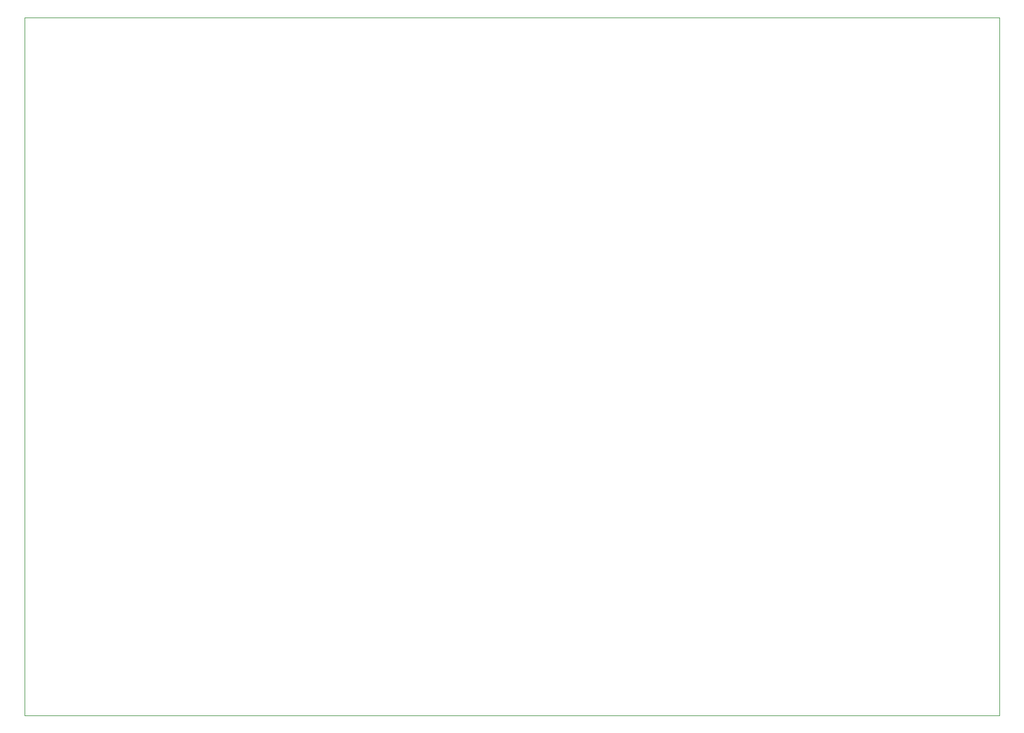
<source format=gbr>
%TF.GenerationSoftware,KiCad,Pcbnew,7.0.10*%
%TF.CreationDate,2024-03-23T17:35:10-04:00*%
%TF.ProjectId,blue-bike-air-pollution-monitor 3-23,626c7565-2d62-4696-9b65-2d6169722d70,rev?*%
%TF.SameCoordinates,Original*%
%TF.FileFunction,Profile,NP*%
%FSLAX46Y46*%
G04 Gerber Fmt 4.6, Leading zero omitted, Abs format (unit mm)*
G04 Created by KiCad (PCBNEW 7.0.10) date 2024-03-23 17:35:10*
%MOMM*%
%LPD*%
G01*
G04 APERTURE LIST*
%TA.AperFunction,Profile*%
%ADD10C,0.100000*%
%TD*%
G04 APERTURE END LIST*
D10*
X53340000Y-57785000D02*
X194310000Y-57785000D01*
X194310000Y-158750000D01*
X53340000Y-158750000D01*
X53340000Y-57785000D01*
M02*

</source>
